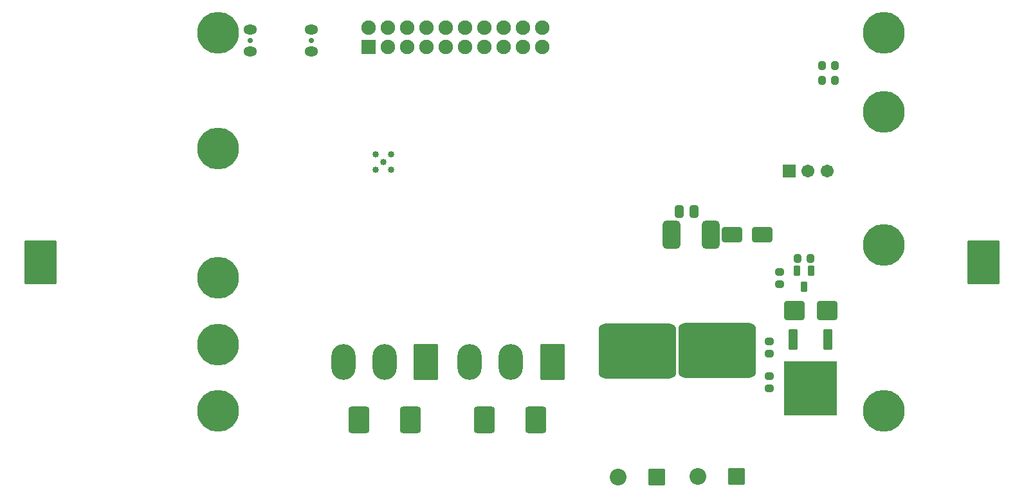
<source format=gbs>
G04 #@! TF.GenerationSoftware,KiCad,Pcbnew,7.0.6*
G04 #@! TF.CreationDate,2024-01-26T23:20:00-08:00*
G04 #@! TF.ProjectId,POWER_BOARD,504f5745-525f-4424-9f41-52442e6b6963,rev?*
G04 #@! TF.SameCoordinates,Original*
G04 #@! TF.FileFunction,Soldermask,Bot*
G04 #@! TF.FilePolarity,Negative*
%FSLAX46Y46*%
G04 Gerber Fmt 4.6, Leading zero omitted, Abs format (unit mm)*
G04 Created by KiCad (PCBNEW 7.0.6) date 2024-01-26 23:20:00*
%MOMM*%
%LPD*%
G01*
G04 APERTURE LIST*
G04 Aperture macros list*
%AMRoundRect*
0 Rectangle with rounded corners*
0 $1 Rounding radius*
0 $2 $3 $4 $5 $6 $7 $8 $9 X,Y pos of 4 corners*
0 Add a 4 corners polygon primitive as box body*
4,1,4,$2,$3,$4,$5,$6,$7,$8,$9,$2,$3,0*
0 Add four circle primitives for the rounded corners*
1,1,$1+$1,$2,$3*
1,1,$1+$1,$4,$5*
1,1,$1+$1,$6,$7*
1,1,$1+$1,$8,$9*
0 Add four rect primitives between the rounded corners*
20,1,$1+$1,$2,$3,$4,$5,0*
20,1,$1+$1,$4,$5,$6,$7,0*
20,1,$1+$1,$6,$7,$8,$9,0*
20,1,$1+$1,$8,$9,$2,$3,0*%
G04 Aperture macros list end*
%ADD10RoundRect,0.101600X-2.000000X-2.750000X2.000000X-2.750000X2.000000X2.750000X-2.000000X2.750000X0*%
%ADD11C,5.500000*%
%ADD12C,0.852400*%
%ADD13RoundRect,0.101600X0.850000X-0.850000X0.850000X0.850000X-0.850000X0.850000X-0.850000X-0.850000X0*%
%ADD14O,1.903200X1.903200*%
%ADD15RoundRect,0.101600X1.500000X2.250000X-1.500000X2.250000X-1.500000X-2.250000X1.500000X-2.250000X0*%
%ADD16O,3.203200X4.703200*%
%ADD17RoundRect,0.102000X-0.754000X-0.754000X0.754000X-0.754000X0.754000X0.754000X-0.754000X0.754000X0*%
%ADD18C,1.712000*%
%ADD19C,0.710000*%
%ADD20O,1.804000X1.304000*%
%ADD21RoundRect,0.301600X-0.200000X-0.275000X0.200000X-0.275000X0.200000X0.275000X-0.200000X0.275000X0*%
%ADD22RoundRect,0.101600X-0.469900X-1.244600X0.469900X-1.244600X0.469900X1.244600X-0.469900X1.244600X0*%
%ADD23RoundRect,0.101600X-3.390900X-3.467100X3.390900X-3.467100X3.390900X3.467100X-3.390900X3.467100X0*%
%ADD24RoundRect,0.351600X-0.250000X-0.475000X0.250000X-0.475000X0.250000X0.475000X-0.250000X0.475000X0*%
%ADD25RoundRect,0.351600X1.000000X-1.400000X1.000000X1.400000X-1.000000X1.400000X-1.000000X-1.400000X0*%
%ADD26RoundRect,0.301600X0.275000X-0.200000X0.275000X0.200000X-0.275000X0.200000X-0.275000X-0.200000X0*%
%ADD27RoundRect,0.144000X-0.258000X0.573000X-0.258000X-0.573000X0.258000X-0.573000X0.258000X0.573000X0*%
%ADD28RoundRect,0.101600X1.000000X1.000000X-1.000000X1.000000X-1.000000X-1.000000X1.000000X-1.000000X0*%
%ADD29O,2.203200X2.203200*%
%ADD30RoundRect,0.801600X4.300000X2.800000X-4.300000X2.800000X-4.300000X-2.800000X4.300000X-2.800000X0*%
%ADD31RoundRect,0.611364X-0.591836X-1.266836X0.591836X-1.266836X0.591836X1.266836X-0.591836X1.266836X0*%
%ADD32RoundRect,0.301600X0.200000X0.275000X-0.200000X0.275000X-0.200000X-0.275000X0.200000X-0.275000X0*%
%ADD33RoundRect,0.351600X-1.000000X-0.650000X1.000000X-0.650000X1.000000X0.650000X-1.000000X0.650000X0*%
%ADD34RoundRect,0.351600X-1.000000X-0.900000X1.000000X-0.900000X1.000000X0.900000X-1.000000X0.900000X0*%
G04 APERTURE END LIST*
D10*
X161025975Y-65740018D03*
D11*
X147922293Y-85301418D03*
D12*
X81025293Y-53519418D03*
X83025293Y-53519418D03*
X82025293Y-52519418D03*
X81025293Y-51519418D03*
X83025293Y-51519418D03*
D11*
X60292293Y-50757418D03*
D13*
X80098197Y-37383780D03*
D14*
X80098197Y-34843780D03*
X82638197Y-37383780D03*
X82638197Y-34843780D03*
X85178197Y-37383780D03*
X85178197Y-34843780D03*
X87718197Y-37383780D03*
X87718197Y-34843780D03*
X90258197Y-37383780D03*
X90258197Y-34843780D03*
X92798197Y-37383780D03*
X92798197Y-34843780D03*
X95338197Y-37383780D03*
X95338197Y-34843780D03*
X97878197Y-37383780D03*
X97878197Y-34843780D03*
X100418197Y-37383780D03*
X100418197Y-34843780D03*
X102958197Y-37383780D03*
X102958197Y-34843780D03*
D10*
X36862293Y-65740018D03*
D11*
X60292293Y-85301418D03*
X147922293Y-45931418D03*
D15*
X104267000Y-78870315D03*
D16*
X98817000Y-78870315D03*
X93367000Y-78870315D03*
D17*
X135396600Y-53746400D03*
D18*
X137896600Y-53746400D03*
X140396600Y-53746400D03*
D11*
X60292293Y-67801418D03*
X147922293Y-35517418D03*
X147922293Y-63500000D03*
D15*
X87622293Y-78851418D03*
D16*
X82172293Y-78851418D03*
X76722293Y-78851418D03*
D11*
X60292293Y-35517418D03*
D19*
X72523179Y-36567981D03*
X64523179Y-36567981D03*
D20*
X72523179Y-37997981D03*
X64523179Y-37997981D03*
X72523179Y-35137981D03*
X64523179Y-35137981D03*
D11*
X60292293Y-76551418D03*
D21*
X136552650Y-65278000D03*
X138202650Y-65278000D03*
D22*
X135960749Y-75946000D03*
D23*
X138250750Y-82359500D03*
D22*
X140540751Y-75946000D03*
D24*
X120970000Y-59055000D03*
X122870000Y-59055000D03*
D25*
X102079000Y-86487000D03*
X95279000Y-86487000D03*
D26*
X132842000Y-82359000D03*
X132842000Y-80709000D03*
D27*
X136425650Y-66885000D03*
X138325650Y-66885000D03*
X137375650Y-69005000D03*
D26*
X134202650Y-68643000D03*
X134202650Y-66993000D03*
D28*
X117974998Y-93993500D03*
D29*
X112894998Y-93993500D03*
D30*
X115424998Y-77393500D03*
D31*
X119980000Y-62103000D03*
X125130000Y-62103000D03*
D32*
X141414000Y-39878000D03*
X139764000Y-39878000D03*
D33*
X127921000Y-62103000D03*
X131921000Y-62103000D03*
D34*
X136153000Y-72136000D03*
X140453000Y-72136000D03*
D32*
X141414000Y-41783000D03*
X139764000Y-41783000D03*
D26*
X132842000Y-77787000D03*
X132842000Y-76137000D03*
D25*
X85569000Y-86487000D03*
X78769000Y-86487000D03*
D28*
X128524000Y-93980000D03*
D29*
X123444000Y-93980000D03*
D30*
X125974000Y-77380000D03*
M02*

</source>
